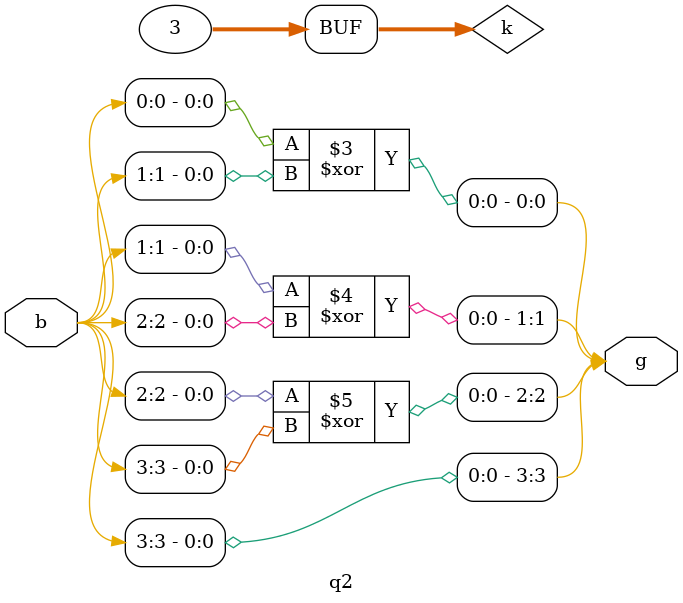
<source format=v>
module q2(b, g);
parameter n = 4;
input [n-1: 0]b;
output [n-1: 0]g;
reg [n-1: 0]g;
integer k;
always @(b)
	begin
		g[n-1] = b[n-1];
		for(k = 0; k < n-1; k = k+1)
			begin 
				g[k] = b[k] ^ b[k+1];
			end
	end
endmodule

</source>
